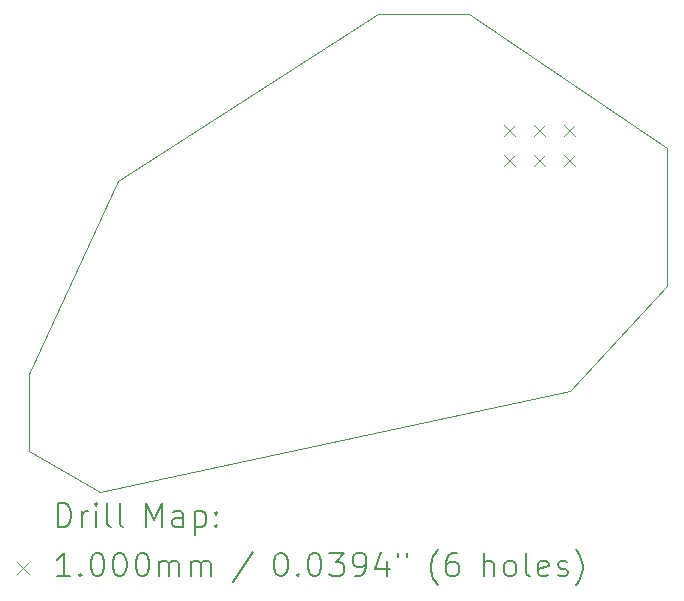
<source format=gbr>
%TF.GenerationSoftware,KiCad,Pcbnew,(6.99.0-2452-gdb4f2d9dd8)*%
%TF.CreationDate,2022-07-21T07:10:39-08:00*%
%TF.ProjectId,jwtelescope,6a777465-6c65-4736-936f-70652e6b6963,rev?*%
%TF.SameCoordinates,Original*%
%TF.FileFunction,Drillmap*%
%TF.FilePolarity,Positive*%
%FSLAX45Y45*%
G04 Gerber Fmt 4.5, Leading zero omitted, Abs format (unit mm)*
G04 Created by KiCad (PCBNEW (6.99.0-2452-gdb4f2d9dd8)) date 2022-07-21 07:10:39*
%MOMM*%
%LPD*%
G01*
G04 APERTURE LIST*
%ADD10C,0.100000*%
%ADD11C,0.200000*%
G04 APERTURE END LIST*
D10*
X5840000Y-6360000D02*
X5840000Y-7020000D01*
X9560000Y-3320000D02*
X11240000Y-4450000D01*
X10420000Y-6510000D02*
X11240000Y-5620000D01*
X5840000Y-6360000D02*
X6590000Y-4730000D01*
X6590000Y-4730000D02*
X8790000Y-3320000D01*
X11240000Y-4450000D02*
X11240000Y-5620000D01*
X8790000Y-3320000D02*
X9560000Y-3320000D01*
X5840000Y-7020000D02*
X6440000Y-7360000D01*
X6440000Y-7360000D02*
X10420000Y-6510000D01*
D11*
D10*
X9856000Y-4253000D02*
X9956000Y-4353000D01*
X9956000Y-4253000D02*
X9856000Y-4353000D01*
X9856000Y-4507000D02*
X9956000Y-4607000D01*
X9956000Y-4507000D02*
X9856000Y-4607000D01*
X10110000Y-4253000D02*
X10210000Y-4353000D01*
X10210000Y-4253000D02*
X10110000Y-4353000D01*
X10110000Y-4507000D02*
X10210000Y-4607000D01*
X10210000Y-4507000D02*
X10110000Y-4607000D01*
X10364000Y-4253000D02*
X10464000Y-4353000D01*
X10464000Y-4253000D02*
X10364000Y-4353000D01*
X10364000Y-4507000D02*
X10464000Y-4607000D01*
X10464000Y-4507000D02*
X10364000Y-4607000D01*
D11*
X6082619Y-7658476D02*
X6082619Y-7458476D01*
X6082619Y-7458476D02*
X6130238Y-7458476D01*
X6130238Y-7458476D02*
X6158809Y-7468000D01*
X6158809Y-7468000D02*
X6177857Y-7487048D01*
X6177857Y-7487048D02*
X6187381Y-7506095D01*
X6187381Y-7506095D02*
X6196905Y-7544190D01*
X6196905Y-7544190D02*
X6196905Y-7572762D01*
X6196905Y-7572762D02*
X6187381Y-7610857D01*
X6187381Y-7610857D02*
X6177857Y-7629905D01*
X6177857Y-7629905D02*
X6158809Y-7648952D01*
X6158809Y-7648952D02*
X6130238Y-7658476D01*
X6130238Y-7658476D02*
X6082619Y-7658476D01*
X6282619Y-7658476D02*
X6282619Y-7525143D01*
X6282619Y-7563238D02*
X6292143Y-7544190D01*
X6292143Y-7544190D02*
X6301667Y-7534667D01*
X6301667Y-7534667D02*
X6320714Y-7525143D01*
X6320714Y-7525143D02*
X6339762Y-7525143D01*
X6406428Y-7658476D02*
X6406428Y-7525143D01*
X6406428Y-7458476D02*
X6396905Y-7468000D01*
X6396905Y-7468000D02*
X6406428Y-7477524D01*
X6406428Y-7477524D02*
X6415952Y-7468000D01*
X6415952Y-7468000D02*
X6406428Y-7458476D01*
X6406428Y-7458476D02*
X6406428Y-7477524D01*
X6530238Y-7658476D02*
X6511190Y-7648952D01*
X6511190Y-7648952D02*
X6501667Y-7629905D01*
X6501667Y-7629905D02*
X6501667Y-7458476D01*
X6635000Y-7658476D02*
X6615952Y-7648952D01*
X6615952Y-7648952D02*
X6606428Y-7629905D01*
X6606428Y-7629905D02*
X6606428Y-7458476D01*
X6831190Y-7658476D02*
X6831190Y-7458476D01*
X6831190Y-7458476D02*
X6897857Y-7601333D01*
X6897857Y-7601333D02*
X6964524Y-7458476D01*
X6964524Y-7458476D02*
X6964524Y-7658476D01*
X7145476Y-7658476D02*
X7145476Y-7553714D01*
X7145476Y-7553714D02*
X7135952Y-7534667D01*
X7135952Y-7534667D02*
X7116905Y-7525143D01*
X7116905Y-7525143D02*
X7078809Y-7525143D01*
X7078809Y-7525143D02*
X7059762Y-7534667D01*
X7145476Y-7648952D02*
X7126428Y-7658476D01*
X7126428Y-7658476D02*
X7078809Y-7658476D01*
X7078809Y-7658476D02*
X7059762Y-7648952D01*
X7059762Y-7648952D02*
X7050238Y-7629905D01*
X7050238Y-7629905D02*
X7050238Y-7610857D01*
X7050238Y-7610857D02*
X7059762Y-7591809D01*
X7059762Y-7591809D02*
X7078809Y-7582286D01*
X7078809Y-7582286D02*
X7126428Y-7582286D01*
X7126428Y-7582286D02*
X7145476Y-7572762D01*
X7240714Y-7525143D02*
X7240714Y-7725143D01*
X7240714Y-7534667D02*
X7259762Y-7525143D01*
X7259762Y-7525143D02*
X7297857Y-7525143D01*
X7297857Y-7525143D02*
X7316905Y-7534667D01*
X7316905Y-7534667D02*
X7326428Y-7544190D01*
X7326428Y-7544190D02*
X7335952Y-7563238D01*
X7335952Y-7563238D02*
X7335952Y-7620381D01*
X7335952Y-7620381D02*
X7326428Y-7639428D01*
X7326428Y-7639428D02*
X7316905Y-7648952D01*
X7316905Y-7648952D02*
X7297857Y-7658476D01*
X7297857Y-7658476D02*
X7259762Y-7658476D01*
X7259762Y-7658476D02*
X7240714Y-7648952D01*
X7421667Y-7639428D02*
X7431190Y-7648952D01*
X7431190Y-7648952D02*
X7421667Y-7658476D01*
X7421667Y-7658476D02*
X7412143Y-7648952D01*
X7412143Y-7648952D02*
X7421667Y-7639428D01*
X7421667Y-7639428D02*
X7421667Y-7658476D01*
X7421667Y-7534667D02*
X7431190Y-7544190D01*
X7431190Y-7544190D02*
X7421667Y-7553714D01*
X7421667Y-7553714D02*
X7412143Y-7544190D01*
X7412143Y-7544190D02*
X7421667Y-7534667D01*
X7421667Y-7534667D02*
X7421667Y-7553714D01*
D10*
X5735000Y-7955000D02*
X5835000Y-8055000D01*
X5835000Y-7955000D02*
X5735000Y-8055000D01*
D11*
X6187381Y-8078476D02*
X6073095Y-8078476D01*
X6130238Y-8078476D02*
X6130238Y-7878476D01*
X6130238Y-7878476D02*
X6111190Y-7907048D01*
X6111190Y-7907048D02*
X6092143Y-7926095D01*
X6092143Y-7926095D02*
X6073095Y-7935619D01*
X6273095Y-8059428D02*
X6282619Y-8068952D01*
X6282619Y-8068952D02*
X6273095Y-8078476D01*
X6273095Y-8078476D02*
X6263571Y-8068952D01*
X6263571Y-8068952D02*
X6273095Y-8059428D01*
X6273095Y-8059428D02*
X6273095Y-8078476D01*
X6406428Y-7878476D02*
X6425476Y-7878476D01*
X6425476Y-7878476D02*
X6444524Y-7888000D01*
X6444524Y-7888000D02*
X6454048Y-7897524D01*
X6454048Y-7897524D02*
X6463571Y-7916571D01*
X6463571Y-7916571D02*
X6473095Y-7954667D01*
X6473095Y-7954667D02*
X6473095Y-8002286D01*
X6473095Y-8002286D02*
X6463571Y-8040381D01*
X6463571Y-8040381D02*
X6454048Y-8059428D01*
X6454048Y-8059428D02*
X6444524Y-8068952D01*
X6444524Y-8068952D02*
X6425476Y-8078476D01*
X6425476Y-8078476D02*
X6406428Y-8078476D01*
X6406428Y-8078476D02*
X6387381Y-8068952D01*
X6387381Y-8068952D02*
X6377857Y-8059428D01*
X6377857Y-8059428D02*
X6368333Y-8040381D01*
X6368333Y-8040381D02*
X6358809Y-8002286D01*
X6358809Y-8002286D02*
X6358809Y-7954667D01*
X6358809Y-7954667D02*
X6368333Y-7916571D01*
X6368333Y-7916571D02*
X6377857Y-7897524D01*
X6377857Y-7897524D02*
X6387381Y-7888000D01*
X6387381Y-7888000D02*
X6406428Y-7878476D01*
X6596905Y-7878476D02*
X6615952Y-7878476D01*
X6615952Y-7878476D02*
X6635000Y-7888000D01*
X6635000Y-7888000D02*
X6644524Y-7897524D01*
X6644524Y-7897524D02*
X6654048Y-7916571D01*
X6654048Y-7916571D02*
X6663571Y-7954667D01*
X6663571Y-7954667D02*
X6663571Y-8002286D01*
X6663571Y-8002286D02*
X6654048Y-8040381D01*
X6654048Y-8040381D02*
X6644524Y-8059428D01*
X6644524Y-8059428D02*
X6635000Y-8068952D01*
X6635000Y-8068952D02*
X6615952Y-8078476D01*
X6615952Y-8078476D02*
X6596905Y-8078476D01*
X6596905Y-8078476D02*
X6577857Y-8068952D01*
X6577857Y-8068952D02*
X6568333Y-8059428D01*
X6568333Y-8059428D02*
X6558809Y-8040381D01*
X6558809Y-8040381D02*
X6549286Y-8002286D01*
X6549286Y-8002286D02*
X6549286Y-7954667D01*
X6549286Y-7954667D02*
X6558809Y-7916571D01*
X6558809Y-7916571D02*
X6568333Y-7897524D01*
X6568333Y-7897524D02*
X6577857Y-7888000D01*
X6577857Y-7888000D02*
X6596905Y-7878476D01*
X6787381Y-7878476D02*
X6806429Y-7878476D01*
X6806429Y-7878476D02*
X6825476Y-7888000D01*
X6825476Y-7888000D02*
X6835000Y-7897524D01*
X6835000Y-7897524D02*
X6844524Y-7916571D01*
X6844524Y-7916571D02*
X6854048Y-7954667D01*
X6854048Y-7954667D02*
X6854048Y-8002286D01*
X6854048Y-8002286D02*
X6844524Y-8040381D01*
X6844524Y-8040381D02*
X6835000Y-8059428D01*
X6835000Y-8059428D02*
X6825476Y-8068952D01*
X6825476Y-8068952D02*
X6806429Y-8078476D01*
X6806429Y-8078476D02*
X6787381Y-8078476D01*
X6787381Y-8078476D02*
X6768333Y-8068952D01*
X6768333Y-8068952D02*
X6758809Y-8059428D01*
X6758809Y-8059428D02*
X6749286Y-8040381D01*
X6749286Y-8040381D02*
X6739762Y-8002286D01*
X6739762Y-8002286D02*
X6739762Y-7954667D01*
X6739762Y-7954667D02*
X6749286Y-7916571D01*
X6749286Y-7916571D02*
X6758809Y-7897524D01*
X6758809Y-7897524D02*
X6768333Y-7888000D01*
X6768333Y-7888000D02*
X6787381Y-7878476D01*
X6939762Y-8078476D02*
X6939762Y-7945143D01*
X6939762Y-7964190D02*
X6949286Y-7954667D01*
X6949286Y-7954667D02*
X6968333Y-7945143D01*
X6968333Y-7945143D02*
X6996905Y-7945143D01*
X6996905Y-7945143D02*
X7015952Y-7954667D01*
X7015952Y-7954667D02*
X7025476Y-7973714D01*
X7025476Y-7973714D02*
X7025476Y-8078476D01*
X7025476Y-7973714D02*
X7035000Y-7954667D01*
X7035000Y-7954667D02*
X7054048Y-7945143D01*
X7054048Y-7945143D02*
X7082619Y-7945143D01*
X7082619Y-7945143D02*
X7101667Y-7954667D01*
X7101667Y-7954667D02*
X7111190Y-7973714D01*
X7111190Y-7973714D02*
X7111190Y-8078476D01*
X7206429Y-8078476D02*
X7206429Y-7945143D01*
X7206429Y-7964190D02*
X7215952Y-7954667D01*
X7215952Y-7954667D02*
X7235000Y-7945143D01*
X7235000Y-7945143D02*
X7263571Y-7945143D01*
X7263571Y-7945143D02*
X7282619Y-7954667D01*
X7282619Y-7954667D02*
X7292143Y-7973714D01*
X7292143Y-7973714D02*
X7292143Y-8078476D01*
X7292143Y-7973714D02*
X7301667Y-7954667D01*
X7301667Y-7954667D02*
X7320714Y-7945143D01*
X7320714Y-7945143D02*
X7349286Y-7945143D01*
X7349286Y-7945143D02*
X7368333Y-7954667D01*
X7368333Y-7954667D02*
X7377857Y-7973714D01*
X7377857Y-7973714D02*
X7377857Y-8078476D01*
X7735952Y-7868952D02*
X7564524Y-8126095D01*
X7960714Y-7878476D02*
X7979762Y-7878476D01*
X7979762Y-7878476D02*
X7998810Y-7888000D01*
X7998810Y-7888000D02*
X8008333Y-7897524D01*
X8008333Y-7897524D02*
X8017857Y-7916571D01*
X8017857Y-7916571D02*
X8027381Y-7954667D01*
X8027381Y-7954667D02*
X8027381Y-8002286D01*
X8027381Y-8002286D02*
X8017857Y-8040381D01*
X8017857Y-8040381D02*
X8008333Y-8059428D01*
X8008333Y-8059428D02*
X7998810Y-8068952D01*
X7998810Y-8068952D02*
X7979762Y-8078476D01*
X7979762Y-8078476D02*
X7960714Y-8078476D01*
X7960714Y-8078476D02*
X7941667Y-8068952D01*
X7941667Y-8068952D02*
X7932143Y-8059428D01*
X7932143Y-8059428D02*
X7922619Y-8040381D01*
X7922619Y-8040381D02*
X7913095Y-8002286D01*
X7913095Y-8002286D02*
X7913095Y-7954667D01*
X7913095Y-7954667D02*
X7922619Y-7916571D01*
X7922619Y-7916571D02*
X7932143Y-7897524D01*
X7932143Y-7897524D02*
X7941667Y-7888000D01*
X7941667Y-7888000D02*
X7960714Y-7878476D01*
X8113095Y-8059428D02*
X8122619Y-8068952D01*
X8122619Y-8068952D02*
X8113095Y-8078476D01*
X8113095Y-8078476D02*
X8103571Y-8068952D01*
X8103571Y-8068952D02*
X8113095Y-8059428D01*
X8113095Y-8059428D02*
X8113095Y-8078476D01*
X8246429Y-7878476D02*
X8265476Y-7878476D01*
X8265476Y-7878476D02*
X8284524Y-7888000D01*
X8284524Y-7888000D02*
X8294048Y-7897524D01*
X8294048Y-7897524D02*
X8303571Y-7916571D01*
X8303571Y-7916571D02*
X8313095Y-7954667D01*
X8313095Y-7954667D02*
X8313095Y-8002286D01*
X8313095Y-8002286D02*
X8303571Y-8040381D01*
X8303571Y-8040381D02*
X8294048Y-8059428D01*
X8294048Y-8059428D02*
X8284524Y-8068952D01*
X8284524Y-8068952D02*
X8265476Y-8078476D01*
X8265476Y-8078476D02*
X8246429Y-8078476D01*
X8246429Y-8078476D02*
X8227381Y-8068952D01*
X8227381Y-8068952D02*
X8217857Y-8059428D01*
X8217857Y-8059428D02*
X8208333Y-8040381D01*
X8208333Y-8040381D02*
X8198810Y-8002286D01*
X8198810Y-8002286D02*
X8198810Y-7954667D01*
X8198810Y-7954667D02*
X8208333Y-7916571D01*
X8208333Y-7916571D02*
X8217857Y-7897524D01*
X8217857Y-7897524D02*
X8227381Y-7888000D01*
X8227381Y-7888000D02*
X8246429Y-7878476D01*
X8379762Y-7878476D02*
X8503572Y-7878476D01*
X8503572Y-7878476D02*
X8436905Y-7954667D01*
X8436905Y-7954667D02*
X8465476Y-7954667D01*
X8465476Y-7954667D02*
X8484524Y-7964190D01*
X8484524Y-7964190D02*
X8494048Y-7973714D01*
X8494048Y-7973714D02*
X8503572Y-7992762D01*
X8503572Y-7992762D02*
X8503572Y-8040381D01*
X8503572Y-8040381D02*
X8494048Y-8059428D01*
X8494048Y-8059428D02*
X8484524Y-8068952D01*
X8484524Y-8068952D02*
X8465476Y-8078476D01*
X8465476Y-8078476D02*
X8408333Y-8078476D01*
X8408333Y-8078476D02*
X8389286Y-8068952D01*
X8389286Y-8068952D02*
X8379762Y-8059428D01*
X8598810Y-8078476D02*
X8636905Y-8078476D01*
X8636905Y-8078476D02*
X8655953Y-8068952D01*
X8655953Y-8068952D02*
X8665476Y-8059428D01*
X8665476Y-8059428D02*
X8684524Y-8030857D01*
X8684524Y-8030857D02*
X8694048Y-7992762D01*
X8694048Y-7992762D02*
X8694048Y-7916571D01*
X8694048Y-7916571D02*
X8684524Y-7897524D01*
X8684524Y-7897524D02*
X8675000Y-7888000D01*
X8675000Y-7888000D02*
X8655953Y-7878476D01*
X8655953Y-7878476D02*
X8617857Y-7878476D01*
X8617857Y-7878476D02*
X8598810Y-7888000D01*
X8598810Y-7888000D02*
X8589286Y-7897524D01*
X8589286Y-7897524D02*
X8579762Y-7916571D01*
X8579762Y-7916571D02*
X8579762Y-7964190D01*
X8579762Y-7964190D02*
X8589286Y-7983238D01*
X8589286Y-7983238D02*
X8598810Y-7992762D01*
X8598810Y-7992762D02*
X8617857Y-8002286D01*
X8617857Y-8002286D02*
X8655953Y-8002286D01*
X8655953Y-8002286D02*
X8675000Y-7992762D01*
X8675000Y-7992762D02*
X8684524Y-7983238D01*
X8684524Y-7983238D02*
X8694048Y-7964190D01*
X8865476Y-7945143D02*
X8865476Y-8078476D01*
X8817857Y-7868952D02*
X8770238Y-8011809D01*
X8770238Y-8011809D02*
X8894048Y-8011809D01*
X8960714Y-7878476D02*
X8960714Y-7916571D01*
X9036905Y-7878476D02*
X9036905Y-7916571D01*
X9299762Y-8154667D02*
X9290238Y-8145143D01*
X9290238Y-8145143D02*
X9271191Y-8116571D01*
X9271191Y-8116571D02*
X9261667Y-8097524D01*
X9261667Y-8097524D02*
X9252143Y-8068952D01*
X9252143Y-8068952D02*
X9242619Y-8021333D01*
X9242619Y-8021333D02*
X9242619Y-7983238D01*
X9242619Y-7983238D02*
X9252143Y-7935619D01*
X9252143Y-7935619D02*
X9261667Y-7907048D01*
X9261667Y-7907048D02*
X9271191Y-7888000D01*
X9271191Y-7888000D02*
X9290238Y-7859428D01*
X9290238Y-7859428D02*
X9299762Y-7849905D01*
X9461667Y-7878476D02*
X9423572Y-7878476D01*
X9423572Y-7878476D02*
X9404524Y-7888000D01*
X9404524Y-7888000D02*
X9395000Y-7897524D01*
X9395000Y-7897524D02*
X9375953Y-7926095D01*
X9375953Y-7926095D02*
X9366429Y-7964190D01*
X9366429Y-7964190D02*
X9366429Y-8040381D01*
X9366429Y-8040381D02*
X9375953Y-8059428D01*
X9375953Y-8059428D02*
X9385476Y-8068952D01*
X9385476Y-8068952D02*
X9404524Y-8078476D01*
X9404524Y-8078476D02*
X9442619Y-8078476D01*
X9442619Y-8078476D02*
X9461667Y-8068952D01*
X9461667Y-8068952D02*
X9471191Y-8059428D01*
X9471191Y-8059428D02*
X9480714Y-8040381D01*
X9480714Y-8040381D02*
X9480714Y-7992762D01*
X9480714Y-7992762D02*
X9471191Y-7973714D01*
X9471191Y-7973714D02*
X9461667Y-7964190D01*
X9461667Y-7964190D02*
X9442619Y-7954667D01*
X9442619Y-7954667D02*
X9404524Y-7954667D01*
X9404524Y-7954667D02*
X9385476Y-7964190D01*
X9385476Y-7964190D02*
X9375953Y-7973714D01*
X9375953Y-7973714D02*
X9366429Y-7992762D01*
X9686429Y-8078476D02*
X9686429Y-7878476D01*
X9772143Y-8078476D02*
X9772143Y-7973714D01*
X9772143Y-7973714D02*
X9762619Y-7954667D01*
X9762619Y-7954667D02*
X9743572Y-7945143D01*
X9743572Y-7945143D02*
X9715000Y-7945143D01*
X9715000Y-7945143D02*
X9695953Y-7954667D01*
X9695953Y-7954667D02*
X9686429Y-7964190D01*
X9895953Y-8078476D02*
X9876905Y-8068952D01*
X9876905Y-8068952D02*
X9867381Y-8059428D01*
X9867381Y-8059428D02*
X9857857Y-8040381D01*
X9857857Y-8040381D02*
X9857857Y-7983238D01*
X9857857Y-7983238D02*
X9867381Y-7964190D01*
X9867381Y-7964190D02*
X9876905Y-7954667D01*
X9876905Y-7954667D02*
X9895953Y-7945143D01*
X9895953Y-7945143D02*
X9924524Y-7945143D01*
X9924524Y-7945143D02*
X9943572Y-7954667D01*
X9943572Y-7954667D02*
X9953095Y-7964190D01*
X9953095Y-7964190D02*
X9962619Y-7983238D01*
X9962619Y-7983238D02*
X9962619Y-8040381D01*
X9962619Y-8040381D02*
X9953095Y-8059428D01*
X9953095Y-8059428D02*
X9943572Y-8068952D01*
X9943572Y-8068952D02*
X9924524Y-8078476D01*
X9924524Y-8078476D02*
X9895953Y-8078476D01*
X10076905Y-8078476D02*
X10057857Y-8068952D01*
X10057857Y-8068952D02*
X10048334Y-8049905D01*
X10048334Y-8049905D02*
X10048334Y-7878476D01*
X10229286Y-8068952D02*
X10210238Y-8078476D01*
X10210238Y-8078476D02*
X10172143Y-8078476D01*
X10172143Y-8078476D02*
X10153095Y-8068952D01*
X10153095Y-8068952D02*
X10143572Y-8049905D01*
X10143572Y-8049905D02*
X10143572Y-7973714D01*
X10143572Y-7973714D02*
X10153095Y-7954667D01*
X10153095Y-7954667D02*
X10172143Y-7945143D01*
X10172143Y-7945143D02*
X10210238Y-7945143D01*
X10210238Y-7945143D02*
X10229286Y-7954667D01*
X10229286Y-7954667D02*
X10238810Y-7973714D01*
X10238810Y-7973714D02*
X10238810Y-7992762D01*
X10238810Y-7992762D02*
X10143572Y-8011809D01*
X10315000Y-8068952D02*
X10334048Y-8078476D01*
X10334048Y-8078476D02*
X10372143Y-8078476D01*
X10372143Y-8078476D02*
X10391191Y-8068952D01*
X10391191Y-8068952D02*
X10400715Y-8049905D01*
X10400715Y-8049905D02*
X10400715Y-8040381D01*
X10400715Y-8040381D02*
X10391191Y-8021333D01*
X10391191Y-8021333D02*
X10372143Y-8011809D01*
X10372143Y-8011809D02*
X10343572Y-8011809D01*
X10343572Y-8011809D02*
X10324524Y-8002286D01*
X10324524Y-8002286D02*
X10315000Y-7983238D01*
X10315000Y-7983238D02*
X10315000Y-7973714D01*
X10315000Y-7973714D02*
X10324524Y-7954667D01*
X10324524Y-7954667D02*
X10343572Y-7945143D01*
X10343572Y-7945143D02*
X10372143Y-7945143D01*
X10372143Y-7945143D02*
X10391191Y-7954667D01*
X10467381Y-8154667D02*
X10476905Y-8145143D01*
X10476905Y-8145143D02*
X10495953Y-8116571D01*
X10495953Y-8116571D02*
X10505476Y-8097524D01*
X10505476Y-8097524D02*
X10515000Y-8068952D01*
X10515000Y-8068952D02*
X10524524Y-8021333D01*
X10524524Y-8021333D02*
X10524524Y-7983238D01*
X10524524Y-7983238D02*
X10515000Y-7935619D01*
X10515000Y-7935619D02*
X10505476Y-7907048D01*
X10505476Y-7907048D02*
X10495953Y-7888000D01*
X10495953Y-7888000D02*
X10476905Y-7859428D01*
X10476905Y-7859428D02*
X10467381Y-7849905D01*
M02*

</source>
